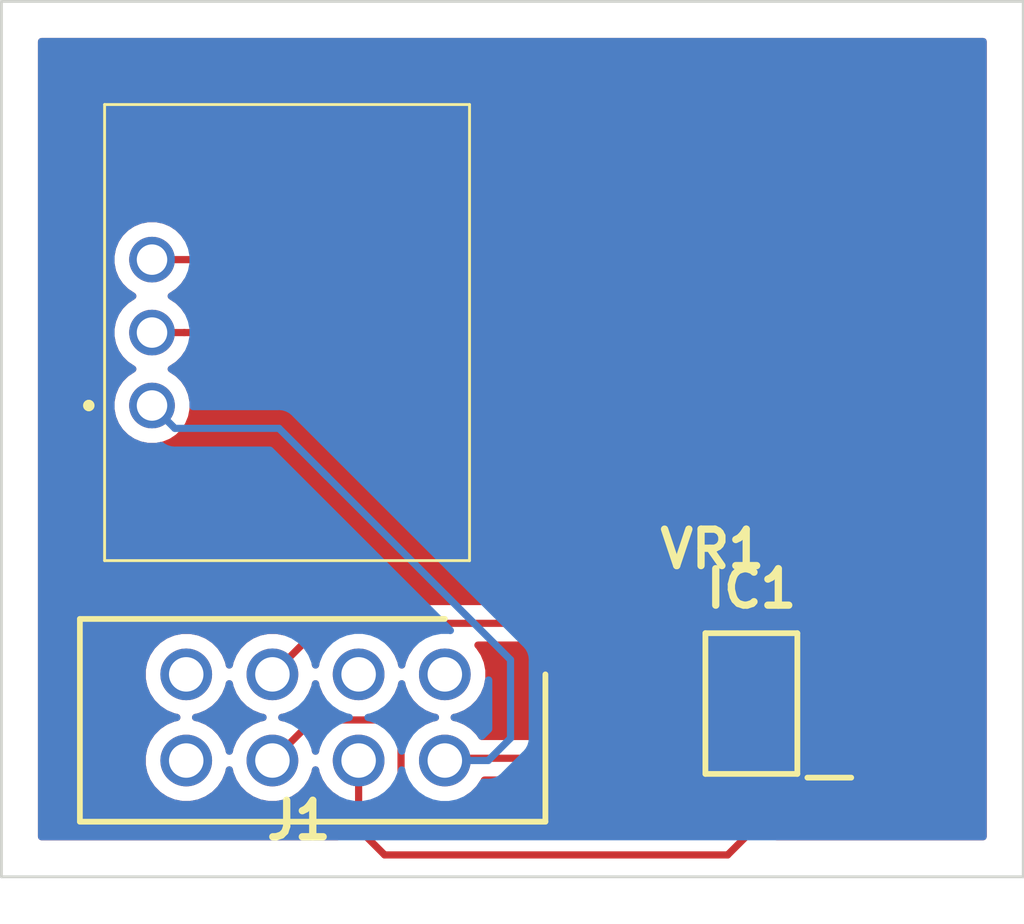
<source format=kicad_pcb>
(kicad_pcb (version 20171130) (host pcbnew "(5.1.0)-1")

  (general
    (thickness 1.6)
    (drawings 5)
    (tracks 40)
    (zones 0)
    (modules 3)
    (nets 13)
  )

  (page A4)
  (layers
    (0 F.Cu signal)
    (31 B.Cu signal)
    (32 B.Adhes user)
    (33 F.Adhes user)
    (34 B.Paste user)
    (35 F.Paste user)
    (36 B.SilkS user)
    (37 F.SilkS user)
    (38 B.Mask user)
    (39 F.Mask user)
    (40 Dwgs.User user)
    (41 Cmts.User user)
    (42 Eco1.User user)
    (43 Eco2.User user)
    (44 Edge.Cuts user)
    (45 Margin user)
    (46 B.CrtYd user)
    (47 F.CrtYd user)
    (48 B.Fab user)
    (49 F.Fab user)
  )

  (setup
    (last_trace_width 0.25)
    (trace_clearance 0.2)
    (zone_clearance 0.508)
    (zone_45_only no)
    (trace_min 0.2)
    (via_size 0.8)
    (via_drill 0.4)
    (via_min_size 0.4)
    (via_min_drill 0.3)
    (uvia_size 0.3)
    (uvia_drill 0.1)
    (uvias_allowed no)
    (uvia_min_size 0.2)
    (uvia_min_drill 0.1)
    (edge_width 0.1)
    (segment_width 0.2)
    (pcb_text_width 0.3)
    (pcb_text_size 1.5 1.5)
    (mod_edge_width 0.15)
    (mod_text_size 1 1)
    (mod_text_width 0.15)
    (pad_size 1.524 1.524)
    (pad_drill 0.762)
    (pad_to_mask_clearance 0)
    (aux_axis_origin 0 0)
    (visible_elements FFFFFF7F)
    (pcbplotparams
      (layerselection 0x010fc_ffffffff)
      (usegerberextensions false)
      (usegerberattributes false)
      (usegerberadvancedattributes false)
      (creategerberjobfile false)
      (excludeedgelayer true)
      (linewidth 0.100000)
      (plotframeref false)
      (viasonmask false)
      (mode 1)
      (useauxorigin false)
      (hpglpennumber 1)
      (hpglpenspeed 20)
      (hpglpendiameter 15.000000)
      (psnegative false)
      (psa4output false)
      (plotreference true)
      (plotvalue true)
      (plotinvisibletext false)
      (padsonsilk false)
      (subtractmaskfromsilk false)
      (outputformat 1)
      (mirror false)
      (drillshape 1)
      (scaleselection 1)
      (outputdirectory ""))
  )

  (net 0 "")
  (net 1 "Net-(IC1-Pad1)")
  (net 2 "Net-(IC1-Pad2)")
  (net 3 "Net-(IC1-Pad3)")
  (net 4 "Net-(IC1-Pad4)")
  (net 5 "Net-(IC1-Pad5)")
  (net 6 "Net-(IC1-Pad6)")
  (net 7 "Net-(IC1-Pad7)")
  (net 8 "Net-(IC1-Pad8)")
  (net 9 "Net-(J1-Pad1)")
  (net 10 "Net-(J1-Pad3)")
  (net 11 "Net-(J1-Pad7)")
  (net 12 "Net-(J1-Pad8)")

  (net_class Default "This is the default net class."
    (clearance 0.2)
    (trace_width 0.25)
    (via_dia 0.8)
    (via_drill 0.4)
    (uvia_dia 0.3)
    (uvia_drill 0.1)
    (add_net "Net-(IC1-Pad1)")
    (add_net "Net-(IC1-Pad2)")
    (add_net "Net-(IC1-Pad3)")
    (add_net "Net-(IC1-Pad4)")
    (add_net "Net-(IC1-Pad5)")
    (add_net "Net-(IC1-Pad6)")
    (add_net "Net-(IC1-Pad7)")
    (add_net "Net-(IC1-Pad8)")
    (add_net "Net-(J1-Pad1)")
    (add_net "Net-(J1-Pad3)")
    (add_net "Net-(J1-Pad7)")
    (add_net "Net-(J1-Pad8)")
  )

  (module SamacSys_Parts:LM393 (layer F.Cu) (tedit 5D4AF0D0) (tstamp 5D5E1489)
    (at 130.2385 183.1975 180)
    (descr "D (R-PDSO-G8)")
    (tags "Integrated Circuit")
    (path /5D4B3793)
    (attr smd)
    (fp_text reference IC1 (at 0 4 180) (layer F.SilkS)
      (effects (font (size 1.27 1.27) (thickness 0.254)))
    )
    (fp_text value LM393M_NOPB (at -0.5 -4.5 180) (layer F.SilkS) hide
      (effects (font (size 1.27 1.27) (thickness 0.254)))
    )
    (fp_text user %R (at 0 -6.5 180) (layer F.Fab)
      (effects (font (size 1.27 1.27) (thickness 0.254)))
    )
    (fp_line (start -3.725 -2.75) (end 3.725 -2.75) (layer F.CrtYd) (width 0.05))
    (fp_line (start 3.725 -2.75) (end 3.725 2.75) (layer F.CrtYd) (width 0.05))
    (fp_line (start 3.725 2.75) (end -3.725 2.75) (layer F.CrtYd) (width 0.05))
    (fp_line (start -3.725 2.75) (end -3.725 -2.75) (layer F.CrtYd) (width 0.05))
    (fp_line (start -1.95 -2.45) (end 1.95 -2.45) (layer F.Fab) (width 0.1))
    (fp_line (start 1.95 -2.45) (end 1.95 2.45) (layer F.Fab) (width 0.1))
    (fp_line (start 1.95 2.45) (end -1.95 2.45) (layer F.Fab) (width 0.1))
    (fp_line (start -1.95 2.45) (end -1.95 -2.45) (layer F.Fab) (width 0.1))
    (fp_line (start -1.95 -1.18) (end -0.68 -2.45) (layer F.Fab) (width 0.1))
    (fp_line (start -1.6 -2.45) (end 1.6 -2.45) (layer F.SilkS) (width 0.2))
    (fp_line (start 1.6 -2.45) (end 1.6 2.45) (layer F.SilkS) (width 0.2))
    (fp_line (start 1.6 2.45) (end -1.6 2.45) (layer F.SilkS) (width 0.2))
    (fp_line (start -1.6 2.45) (end -1.6 -2.45) (layer F.SilkS) (width 0.2))
    (fp_line (start -3.475 -2.58) (end -1.95 -2.58) (layer F.SilkS) (width 0.2))
    (pad 1 smd rect (at -2.712 -1.905 270) (size 0.65 1.525) (layers F.Cu F.Paste F.Mask)
      (net 1 "Net-(IC1-Pad1)"))
    (pad 2 smd rect (at -2.712 -0.635 270) (size 0.65 1.525) (layers F.Cu F.Paste F.Mask)
      (net 2 "Net-(IC1-Pad2)"))
    (pad 3 smd rect (at -2.712 0.635 270) (size 0.65 1.525) (layers F.Cu F.Paste F.Mask)
      (net 3 "Net-(IC1-Pad3)"))
    (pad 4 smd rect (at -2.712 1.905 270) (size 0.65 1.525) (layers F.Cu F.Paste F.Mask)
      (net 4 "Net-(IC1-Pad4)"))
    (pad 5 smd rect (at 2.712 1.905 270) (size 0.65 1.525) (layers F.Cu F.Paste F.Mask)
      (net 5 "Net-(IC1-Pad5)"))
    (pad 6 smd rect (at 2.712 0.635 270) (size 0.65 1.525) (layers F.Cu F.Paste F.Mask)
      (net 6 "Net-(IC1-Pad6)"))
    (pad 7 smd rect (at 2.712 -0.635 270) (size 0.65 1.525) (layers F.Cu F.Paste F.Mask)
      (net 7 "Net-(IC1-Pad7)"))
    (pad 8 smd rect (at 2.712 -1.905 270) (size 0.65 1.525) (layers F.Cu F.Paste F.Mask)
      (net 8 "Net-(IC1-Pad8)"))
    (model LM393M_NOPB.stp
      (at (xyz 0 0 0))
      (scale (xyz 1 1 1))
      (rotate (xyz 0 0 0))
    )
  )

  (module SamacSys_Parts:8PinConnector (layer F.Cu) (tedit 5D4AB0C5) (tstamp 5D5E14A2)
    (at 119.5705 182.1815)
    (descr 3-794630-)
    (tags Capacitor)
    (path /5D4BEBE4)
    (fp_text reference J1 (at -5.08 5.08) (layer F.SilkS)
      (effects (font (size 1.27 1.27) (thickness 0.254)))
    )
    (fp_text value "6PinConnector(TE)" (at 0 0) (layer F.SilkS) hide
      (effects (font (size 1.27 1.27) (thickness 0.254)))
    )
    (fp_text user %R (at 0 0) (layer F.Fab)
      (effects (font (size 1.27 1.27) (thickness 0.254)))
    )
    (fp_line (start 3.75 -2.18) (end -12.95 -2.18) (layer F.CrtYd) (width 0.05))
    (fp_line (start -12.95 -2.18) (end -12.95 5.38) (layer F.CrtYd) (width 0.05))
    (fp_line (start -12.95 5.38) (end 3.75 5.38) (layer F.CrtYd) (width 0.05))
    (fp_line (start 3.75 5.38) (end 3.75 -2.18) (layer F.CrtYd) (width 0.05))
    (fp_line (start 3.5 -1.93) (end -12.7 -1.93) (layer F.Fab) (width 0.1))
    (fp_line (start -12.7 -1.93) (end -12.7 5.13) (layer F.Fab) (width 0.1))
    (fp_line (start -12.7 5.13) (end 3.5 5.13) (layer F.Fab) (width 0.1))
    (fp_line (start 3.5 5.13) (end 3.5 -1.93) (layer F.Fab) (width 0.1))
    (fp_line (start 0 -1.93) (end -12.7 -1.93) (layer F.SilkS) (width 0.2))
    (fp_line (start -12.7 -1.93) (end -12.7 5.13) (layer F.SilkS) (width 0.2))
    (fp_line (start -12.7 5.13) (end 3.5 5.13) (layer F.SilkS) (width 0.2))
    (fp_line (start 3.5 5.13) (end 3.5 0) (layer F.SilkS) (width 0.2))
    (pad 1 thru_hole circle (at 0 0) (size 1.8 1.8) (drill 1.2) (layers *.Cu *.Mask)
      (net 9 "Net-(J1-Pad1)"))
    (pad 2 thru_hole circle (at 0 3) (size 1.8 1.8) (drill 1.2) (layers *.Cu *.Mask)
      (net 8 "Net-(IC1-Pad8)"))
    (pad 3 thru_hole circle (at -3 0) (size 1.8 1.8) (drill 1.2) (layers *.Cu *.Mask)
      (net 10 "Net-(J1-Pad3)"))
    (pad 4 thru_hole circle (at -3 3) (size 1.8 1.8) (drill 1.2) (layers *.Cu *.Mask)
      (net 4 "Net-(IC1-Pad4)"))
    (pad 5 thru_hole circle (at -6 0) (size 1.8 1.8) (drill 1.2) (layers *.Cu *.Mask)
      (net 7 "Net-(IC1-Pad7)"))
    (pad 6 thru_hole circle (at -6 3) (size 1.8 1.8) (drill 1.2) (layers *.Cu *.Mask)
      (net 6 "Net-(IC1-Pad6)"))
    (pad 7 thru_hole circle (at -9 0) (size 1.8 1.8) (drill 1.2) (layers *.Cu *.Mask)
      (net 11 "Net-(J1-Pad7)"))
    (pad 8 thru_hole circle (at -9 3) (size 1.8 1.8) (drill 1.2) (layers *.Cu *.Mask)
      (net 12 "Net-(J1-Pad8)"))
    (model 3-794630-8.stp
      (at (xyz 0 0 0))
      (scale (xyz 1 1 1))
      (rotate (xyz 0 0 0))
    )
  )

  (module SamacSys_Parts:Potentiometer (layer F.Cu) (tedit 5D4AF06F) (tstamp 5D5E14C0)
    (at 109.380001 172.820001)
    (descr 91A1A-B16-B10L)
    (tags "Variable Resistor")
    (path /5D4B47F9)
    (fp_text reference VR1 (at 19.5 5) (layer F.SilkS)
      (effects (font (size 1.27 1.27) (thickness 0.254)))
    )
    (fp_text value "Potentiometer(FS)" (at 12.7 -2.54) (layer F.SilkS) hide
      (effects (font (size 1.27 1.27) (thickness 0.254)))
    )
    (fp_text user %R (at 12.7 -2.54) (layer F.Fab)
      (effects (font (size 1.27 1.27) (thickness 0.254)))
    )
    (fp_line (start -1.65 -10.48) (end 11.05 -10.48) (layer F.Fab) (width 0.2))
    (fp_line (start 11.05 -10.48) (end 11.05 5.4) (layer F.Fab) (width 0.2))
    (fp_line (start 11.05 5.4) (end -1.65 5.4) (layer F.Fab) (width 0.2))
    (fp_line (start -1.65 5.4) (end -1.65 -10.48) (layer F.Fab) (width 0.2))
    (fp_line (start -1.65 -10.48) (end 11.05 -10.48) (layer F.SilkS) (width 0.1))
    (fp_line (start 11.05 -10.48) (end 11.05 5.4) (layer F.SilkS) (width 0.1))
    (fp_line (start 11.05 5.4) (end -1.65 5.4) (layer F.SilkS) (width 0.1))
    (fp_line (start -1.65 5.4) (end -1.65 -10.48) (layer F.SilkS) (width 0.1))
    (fp_line (start -2.65 -11.48) (end 28.05 -11.48) (layer F.CrtYd) (width 0.1))
    (fp_line (start 28.05 -11.48) (end 28.05 6.4) (layer F.CrtYd) (width 0.1))
    (fp_line (start 28.05 6.4) (end -2.65 6.4) (layer F.CrtYd) (width 0.1))
    (fp_line (start -2.65 6.4) (end -2.65 -11.48) (layer F.CrtYd) (width 0.1))
    (fp_line (start 11.05 -7.305) (end 20.58 -7.305) (layer F.Fab) (width 0.2))
    (fp_line (start 20.58 -7.305) (end 20.58 2.225) (layer F.Fab) (width 0.2))
    (fp_line (start 20.58 2.225) (end 11.05 2.225) (layer F.Fab) (width 0.2))
    (fp_line (start 20.58 -5.715) (end 27.05 -5.715) (layer F.Fab) (width 0.2))
    (fp_line (start 27.05 -5.715) (end 27.05 0.635) (layer F.Fab) (width 0.2))
    (fp_line (start 27.05 0.635) (end 20.58 0.635) (layer F.Fab) (width 0.2))
    (fp_line (start -2.2 -0.1) (end -2.2 -0.1) (layer F.SilkS) (width 0.2))
    (fp_line (start -2.2 0.1) (end -2.2 0.1) (layer F.SilkS) (width 0.2))
    (fp_arc (start -2.2 0) (end -2.2 -0.1) (angle -180) (layer F.SilkS) (width 0.2))
    (fp_arc (start -2.2 0) (end -2.2 0.1) (angle -180) (layer F.SilkS) (width 0.2))
    (pad 1 thru_hole circle (at 0 0) (size 1.59 1.59) (drill 1.06) (layers *.Cu *.Mask)
      (net 8 "Net-(IC1-Pad8)"))
    (pad 2 thru_hole circle (at 0 -2.54) (size 1.59 1.59) (drill 1.06) (layers *.Cu *.Mask)
      (net 5 "Net-(IC1-Pad5)"))
    (pad 3 thru_hole circle (at 0 -5.08) (size 1.59 1.59) (drill 1.06) (layers *.Cu *.Mask)
      (net 4 "Net-(IC1-Pad4)"))
  )

  (gr_text AIL (at 128.27 166.37) (layer F.Mask)
    (effects (font (size 1.5 1.5) (thickness 0.3)))
  )
  (gr_line (start 104.14 158.75) (end 104.14 189.23) (layer Edge.Cuts) (width 0.1))
  (gr_line (start 139.7 158.75) (end 104.14 158.75) (layer Edge.Cuts) (width 0.1))
  (gr_line (start 139.7 189.23) (end 139.7 158.75) (layer Edge.Cuts) (width 0.1))
  (gr_line (start 104.14 189.23) (end 139.7 189.23) (layer Edge.Cuts) (width 0.1))

  (segment (start 132.9505 181.2925) (end 132.9505 175.305) (width 0.25) (layer F.Cu) (net 4))
  (segment (start 132.9505 175.305) (end 125.349 167.7035) (width 0.25) (layer F.Cu) (net 4))
  (segment (start 125.312499 167.740001) (end 109.380001 167.740001) (width 0.25) (layer F.Cu) (net 4))
  (segment (start 125.349 167.7035) (end 125.312499 167.740001) (width 0.25) (layer F.Cu) (net 4))
  (segment (start 131.938 181.2925) (end 130.81 182.4205) (width 0.25) (layer F.Cu) (net 4))
  (segment (start 132.9505 181.2925) (end 131.938 181.2925) (width 0.25) (layer F.Cu) (net 4))
  (segment (start 130.81 182.4205) (end 130.81 187.071) (width 0.25) (layer F.Cu) (net 4))
  (segment (start 130.81 187.071) (end 129.413 188.468) (width 0.25) (layer F.Cu) (net 4))
  (segment (start 129.413 188.468) (end 117.475 188.468) (width 0.25) (layer F.Cu) (net 4))
  (segment (start 117.475 188.468) (end 116.5225 187.5155) (width 0.25) (layer F.Cu) (net 4))
  (segment (start 116.5705 187.4675) (end 116.5705 185.1815) (width 0.25) (layer F.Cu) (net 4))
  (segment (start 116.5225 187.5155) (end 116.5705 187.4675) (width 0.25) (layer F.Cu) (net 4))
  (segment (start 110.5043 170.280001) (end 109.380001 170.280001) (width 0.25) (layer F.Cu) (net 5))
  (segment (start 117.089001 170.280001) (end 110.5043 170.280001) (width 0.25) (layer F.Cu) (net 5))
  (segment (start 127.5265 180.7175) (end 117.089001 170.280001) (width 0.25) (layer F.Cu) (net 5))
  (segment (start 127.5265 181.2925) (end 127.5265 180.7175) (width 0.25) (layer F.Cu) (net 5))
  (segment (start 128.539 182.5625) (end 129.8575 183.881) (width 0.25) (layer F.Cu) (net 6))
  (segment (start 127.5265 182.5625) (end 128.539 182.5625) (width 0.25) (layer F.Cu) (net 6))
  (segment (start 129.8575 183.881) (end 129.8575 186.3725) (width 0.25) (layer F.Cu) (net 6))
  (segment (start 129.8575 186.3725) (end 128.9685 187.2615) (width 0.25) (layer F.Cu) (net 6))
  (segment (start 128.9685 187.2615) (end 118.872 187.2615) (width 0.25) (layer F.Cu) (net 6))
  (segment (start 118.872 187.2615) (end 118.0465 186.436) (width 0.25) (layer F.Cu) (net 6))
  (segment (start 118.0465 186.436) (end 118.0465 184.4675) (width 0.25) (layer F.Cu) (net 6))
  (segment (start 118.0465 184.4675) (end 117.348 183.769) (width 0.25) (layer F.Cu) (net 6))
  (segment (start 114.983 183.769) (end 113.5705 185.1815) (width 0.25) (layer F.Cu) (net 6))
  (segment (start 117.348 183.769) (end 114.983 183.769) (width 0.25) (layer F.Cu) (net 6))
  (segment (start 126.514 183.8325) (end 123.085 180.4035) (width 0.25) (layer F.Cu) (net 7))
  (segment (start 127.5265 183.8325) (end 126.514 183.8325) (width 0.25) (layer F.Cu) (net 7))
  (segment (start 115.3485 180.4035) (end 113.5705 182.1815) (width 0.25) (layer F.Cu) (net 7))
  (segment (start 123.085 180.4035) (end 115.3485 180.4035) (width 0.25) (layer F.Cu) (net 7))
  (segment (start 119.6495 185.1025) (end 119.5705 185.1815) (width 0.25) (layer F.Cu) (net 8))
  (segment (start 127.5265 185.1025) (end 119.6495 185.1025) (width 0.25) (layer F.Cu) (net 8))
  (segment (start 119.5705 185.1815) (end 121.079 185.1815) (width 0.25) (layer B.Cu) (net 8))
  (segment (start 121.079 185.1815) (end 121.8565 184.404) (width 0.25) (layer B.Cu) (net 8))
  (segment (start 121.8565 184.404) (end 121.8565 181.6735) (width 0.25) (layer B.Cu) (net 8))
  (segment (start 113.798 173.615) (end 115.47475 175.29175) (width 0.25) (layer B.Cu) (net 8))
  (segment (start 110.175 173.615) (end 113.798 173.615) (width 0.25) (layer B.Cu) (net 8))
  (segment (start 109.380001 172.820001) (end 110.175 173.615) (width 0.25) (layer B.Cu) (net 8))
  (segment (start 121.8565 181.6735) (end 115.47475 175.29175) (width 0.25) (layer B.Cu) (net 8))
  (segment (start 115.47475 175.29175) (end 115.316 175.133) (width 0.25) (layer B.Cu) (net 8))

  (zone (net 0) (net_name "") (layer F.Cu) (tstamp 0) (hatch edge 0.508)
    (connect_pads (clearance 0.508))
    (min_thickness 0.254)
    (fill yes (arc_segments 32) (thermal_gap 0.508) (thermal_bridge_width 0.508))
    (polygon
      (pts
        (xy 105.41 160.02) (xy 138.43 160.02) (xy 138.43 187.96) (xy 105.41 187.96)
      )
    )
    (filled_polygon
      (pts
        (xy 138.303 187.833) (xy 131.122802 187.833) (xy 131.321003 187.634799) (xy 131.350001 187.611001) (xy 131.444974 187.495276)
        (xy 131.515546 187.363247) (xy 131.559003 187.219986) (xy 131.57 187.108333) (xy 131.57 187.108324) (xy 131.573676 187.071001)
        (xy 131.57 187.033678) (xy 131.57 185.577735) (xy 131.598498 185.67168) (xy 131.657463 185.781994) (xy 131.736815 185.878685)
        (xy 131.833506 185.958037) (xy 131.94382 186.017002) (xy 132.063518 186.053312) (xy 132.188 186.065572) (xy 133.713 186.065572)
        (xy 133.837482 186.053312) (xy 133.95718 186.017002) (xy 134.067494 185.958037) (xy 134.164185 185.878685) (xy 134.243537 185.781994)
        (xy 134.302502 185.67168) (xy 134.338812 185.551982) (xy 134.351072 185.4275) (xy 134.351072 184.7775) (xy 134.338812 184.653018)
        (xy 134.302502 184.53332) (xy 134.26732 184.4675) (xy 134.302502 184.40168) (xy 134.338812 184.281982) (xy 134.351072 184.1575)
        (xy 134.351072 183.5075) (xy 134.338812 183.383018) (xy 134.302502 183.26332) (xy 134.26732 183.1975) (xy 134.302502 183.13168)
        (xy 134.338812 183.011982) (xy 134.351072 182.8875) (xy 134.351072 182.2375) (xy 134.338812 182.113018) (xy 134.302502 181.99332)
        (xy 134.26732 181.9275) (xy 134.302502 181.86168) (xy 134.338812 181.741982) (xy 134.351072 181.6175) (xy 134.351072 180.9675)
        (xy 134.338812 180.843018) (xy 134.302502 180.72332) (xy 134.243537 180.613006) (xy 134.164185 180.516315) (xy 134.067494 180.436963)
        (xy 133.95718 180.377998) (xy 133.837482 180.341688) (xy 133.713 180.329428) (xy 133.7105 180.329428) (xy 133.7105 175.342322)
        (xy 133.714176 175.304999) (xy 133.7105 175.267676) (xy 133.7105 175.267667) (xy 133.699503 175.156014) (xy 133.656046 175.012753)
        (xy 133.585474 174.880724) (xy 133.572311 174.864685) (xy 133.514299 174.793996) (xy 133.514295 174.793992) (xy 133.490501 174.764999)
        (xy 133.461508 174.741205) (xy 125.912801 167.1925) (xy 125.889001 167.163499) (xy 125.84455 167.127019) (xy 125.773276 167.068526)
        (xy 125.641246 166.997954) (xy 125.497985 166.954498) (xy 125.349 166.939824) (xy 125.348999 166.939824) (xy 125.200014 166.954498)
        (xy 125.115939 166.980001) (xy 110.592031 166.980001) (xy 110.490754 166.828429) (xy 110.291573 166.629248) (xy 110.05736 166.472752)
        (xy 109.797117 166.364955) (xy 109.520844 166.310001) (xy 109.239158 166.310001) (xy 108.962885 166.364955) (xy 108.702642 166.472752)
        (xy 108.468429 166.629248) (xy 108.269248 166.828429) (xy 108.112752 167.062642) (xy 108.004955 167.322885) (xy 107.950001 167.599158)
        (xy 107.950001 167.880844) (xy 108.004955 168.157117) (xy 108.112752 168.41736) (xy 108.269248 168.651573) (xy 108.468429 168.850754)
        (xy 108.702642 169.00725) (xy 108.709283 169.010001) (xy 108.702642 169.012752) (xy 108.468429 169.169248) (xy 108.269248 169.368429)
        (xy 108.112752 169.602642) (xy 108.004955 169.862885) (xy 107.950001 170.139158) (xy 107.950001 170.420844) (xy 108.004955 170.697117)
        (xy 108.112752 170.95736) (xy 108.269248 171.191573) (xy 108.468429 171.390754) (xy 108.702642 171.54725) (xy 108.709283 171.550001)
        (xy 108.702642 171.552752) (xy 108.468429 171.709248) (xy 108.269248 171.908429) (xy 108.112752 172.142642) (xy 108.004955 172.402885)
        (xy 107.950001 172.679158) (xy 107.950001 172.960844) (xy 108.004955 173.237117) (xy 108.112752 173.49736) (xy 108.269248 173.731573)
        (xy 108.468429 173.930754) (xy 108.702642 174.08725) (xy 108.962885 174.195047) (xy 109.239158 174.250001) (xy 109.520844 174.250001)
        (xy 109.797117 174.195047) (xy 110.05736 174.08725) (xy 110.291573 173.930754) (xy 110.490754 173.731573) (xy 110.64725 173.49736)
        (xy 110.755047 173.237117) (xy 110.810001 172.960844) (xy 110.810001 172.679158) (xy 110.755047 172.402885) (xy 110.64725 172.142642)
        (xy 110.490754 171.908429) (xy 110.291573 171.709248) (xy 110.05736 171.552752) (xy 110.050719 171.550001) (xy 110.05736 171.54725)
        (xy 110.291573 171.390754) (xy 110.490754 171.191573) (xy 110.592031 171.040001) (xy 116.7742 171.040001) (xy 126.284732 180.550534)
        (xy 126.233463 180.613006) (xy 126.174498 180.72332) (xy 126.138188 180.843018) (xy 126.125928 180.9675) (xy 126.125928 181.6175)
        (xy 126.138188 181.741982) (xy 126.174498 181.86168) (xy 126.20968 181.9275) (xy 126.174498 181.99332) (xy 126.138188 182.113018)
        (xy 126.125928 182.2375) (xy 126.125928 182.369626) (xy 123.648804 179.892503) (xy 123.625001 179.863499) (xy 123.509276 179.768526)
        (xy 123.377247 179.697954) (xy 123.233986 179.654497) (xy 123.122333 179.6435) (xy 123.122322 179.6435) (xy 123.085 179.639824)
        (xy 123.047678 179.6435) (xy 115.385825 179.6435) (xy 115.3485 179.639824) (xy 115.311175 179.6435) (xy 115.311167 179.6435)
        (xy 115.199514 179.654497) (xy 115.056253 179.697954) (xy 114.924224 179.768526) (xy 114.808499 179.863499) (xy 114.784701 179.892497)
        (xy 113.97943 180.697769) (xy 113.721684 180.6465) (xy 113.419316 180.6465) (xy 113.122757 180.705489) (xy 112.843405 180.821201)
        (xy 112.591995 180.989188) (xy 112.378188 181.202995) (xy 112.210201 181.454405) (xy 112.094489 181.733757) (xy 112.0705 181.854358)
        (xy 112.046511 181.733757) (xy 111.930799 181.454405) (xy 111.762812 181.202995) (xy 111.549005 180.989188) (xy 111.297595 180.821201)
        (xy 111.018243 180.705489) (xy 110.721684 180.6465) (xy 110.419316 180.6465) (xy 110.122757 180.705489) (xy 109.843405 180.821201)
        (xy 109.591995 180.989188) (xy 109.378188 181.202995) (xy 109.210201 181.454405) (xy 109.094489 181.733757) (xy 109.0355 182.030316)
        (xy 109.0355 182.332684) (xy 109.094489 182.629243) (xy 109.210201 182.908595) (xy 109.378188 183.160005) (xy 109.591995 183.373812)
        (xy 109.843405 183.541799) (xy 110.122757 183.657511) (xy 110.243358 183.6815) (xy 110.122757 183.705489) (xy 109.843405 183.821201)
        (xy 109.591995 183.989188) (xy 109.378188 184.202995) (xy 109.210201 184.454405) (xy 109.094489 184.733757) (xy 109.0355 185.030316)
        (xy 109.0355 185.332684) (xy 109.094489 185.629243) (xy 109.210201 185.908595) (xy 109.378188 186.160005) (xy 109.591995 186.373812)
        (xy 109.843405 186.541799) (xy 110.122757 186.657511) (xy 110.419316 186.7165) (xy 110.721684 186.7165) (xy 111.018243 186.657511)
        (xy 111.297595 186.541799) (xy 111.549005 186.373812) (xy 111.762812 186.160005) (xy 111.930799 185.908595) (xy 112.046511 185.629243)
        (xy 112.0705 185.508642) (xy 112.094489 185.629243) (xy 112.210201 185.908595) (xy 112.378188 186.160005) (xy 112.591995 186.373812)
        (xy 112.843405 186.541799) (xy 113.122757 186.657511) (xy 113.419316 186.7165) (xy 113.721684 186.7165) (xy 114.018243 186.657511)
        (xy 114.297595 186.541799) (xy 114.549005 186.373812) (xy 114.762812 186.160005) (xy 114.930799 185.908595) (xy 115.046511 185.629243)
        (xy 115.0705 185.508642) (xy 115.094489 185.629243) (xy 115.210201 185.908595) (xy 115.378188 186.160005) (xy 115.591995 186.373812)
        (xy 115.8105 186.519813) (xy 115.8105 187.24453) (xy 115.773498 187.366515) (xy 115.758824 187.5155) (xy 115.773498 187.664485)
        (xy 115.816954 187.807746) (xy 115.830453 187.833) (xy 105.537 187.833) (xy 105.537 160.147) (xy 138.303 160.147)
      )
    )
    (filled_polygon
      (pts
        (xy 117.333546 186.703824) (xy 117.340954 186.728246) (xy 117.411526 186.860276) (xy 117.447164 186.903701) (xy 117.506499 186.976001)
        (xy 117.535502 186.999803) (xy 118.243698 187.708) (xy 117.789803 187.708) (xy 117.3305 187.248698) (xy 117.3305 186.693783)
      )
    )
    (filled_polygon
      (pts
        (xy 129.0975 184.195802) (xy 129.097501 186.057697) (xy 128.653699 186.5015) (xy 120.357907 186.5015) (xy 120.549005 186.373812)
        (xy 120.762812 186.160005) (xy 120.930799 185.908595) (xy 120.949892 185.8625) (xy 126.299532 185.8625) (xy 126.312815 185.878685)
        (xy 126.409506 185.958037) (xy 126.51982 186.017002) (xy 126.639518 186.053312) (xy 126.764 186.065572) (xy 128.289 186.065572)
        (xy 128.413482 186.053312) (xy 128.53318 186.017002) (xy 128.643494 185.958037) (xy 128.740185 185.878685) (xy 128.819537 185.781994)
        (xy 128.878502 185.67168) (xy 128.914812 185.551982) (xy 128.927072 185.4275) (xy 128.927072 184.7775) (xy 128.914812 184.653018)
        (xy 128.878502 184.53332) (xy 128.84332 184.4675) (xy 128.878502 184.40168) (xy 128.914812 184.281982) (xy 128.927072 184.1575)
        (xy 128.927072 184.025374)
      )
    )
    (filled_polygon
      (pts
        (xy 115.094489 184.733757) (xy 115.0705 184.854358) (xy 115.054231 184.77257) (xy 115.09551 184.731291)
      )
    )
    (filled_polygon
      (pts
        (xy 112.094489 182.629243) (xy 112.210201 182.908595) (xy 112.378188 183.160005) (xy 112.591995 183.373812) (xy 112.843405 183.541799)
        (xy 113.122757 183.657511) (xy 113.243358 183.6815) (xy 113.122757 183.705489) (xy 112.843405 183.821201) (xy 112.591995 183.989188)
        (xy 112.378188 184.202995) (xy 112.210201 184.454405) (xy 112.094489 184.733757) (xy 112.0705 184.854358) (xy 112.046511 184.733757)
        (xy 111.930799 184.454405) (xy 111.762812 184.202995) (xy 111.549005 183.989188) (xy 111.297595 183.821201) (xy 111.018243 183.705489)
        (xy 110.897642 183.6815) (xy 111.018243 183.657511) (xy 111.297595 183.541799) (xy 111.549005 183.373812) (xy 111.762812 183.160005)
        (xy 111.930799 182.908595) (xy 112.046511 182.629243) (xy 112.0705 182.508642)
      )
    )
    (filled_polygon
      (pts
        (xy 131.598498 184.40168) (xy 131.63368 184.4675) (xy 131.598498 184.53332) (xy 131.57 184.627265) (xy 131.57 184.307735)
      )
    )
    (filled_polygon
      (pts
        (xy 125.949198 184.3425) (xy 120.856026 184.3425) (xy 120.762812 184.202995) (xy 120.549005 183.989188) (xy 120.297595 183.821201)
        (xy 120.018243 183.705489) (xy 119.897642 183.6815) (xy 120.018243 183.657511) (xy 120.297595 183.541799) (xy 120.549005 183.373812)
        (xy 120.762812 183.160005) (xy 120.930799 182.908595) (xy 121.046511 182.629243) (xy 121.1055 182.332684) (xy 121.1055 182.030316)
        (xy 121.046511 181.733757) (xy 120.930799 181.454405) (xy 120.762812 181.202995) (xy 120.723317 181.1635) (xy 122.770199 181.1635)
      )
    )
    (filled_polygon
      (pts
        (xy 118.094489 182.629243) (xy 118.210201 182.908595) (xy 118.378188 183.160005) (xy 118.591995 183.373812) (xy 118.843405 183.541799)
        (xy 119.122757 183.657511) (xy 119.243358 183.6815) (xy 119.122757 183.705489) (xy 118.843405 183.821201) (xy 118.621144 183.969711)
        (xy 118.586501 183.927499) (xy 118.557502 183.903701) (xy 117.911803 183.258002) (xy 117.888001 183.228999) (xy 117.777375 183.13821)
        (xy 117.930799 182.908595) (xy 118.046511 182.629243) (xy 118.0705 182.508642)
      )
    )
    (filled_polygon
      (pts
        (xy 113.97943 183.697769) (xy 113.897642 183.6815) (xy 114.018243 183.657511) (xy 114.020709 183.65649)
      )
    )
    (filled_polygon
      (pts
        (xy 131.598498 183.13168) (xy 131.63368 183.1975) (xy 131.598498 183.26332) (xy 131.57 183.357265) (xy 131.57 183.037735)
      )
    )
    (filled_polygon
      (pts
        (xy 115.094489 182.629243) (xy 115.210201 182.908595) (xy 115.27729 183.009) (xy 115.020325 183.009) (xy 114.983 183.005324)
        (xy 114.945675 183.009) (xy 114.945667 183.009) (xy 114.857937 183.017641) (xy 114.930799 182.908595) (xy 115.046511 182.629243)
        (xy 115.0705 182.508642)
      )
    )
    (filled_polygon
      (pts
        (xy 132.190501 175.619804) (xy 132.1905 180.329428) (xy 132.188 180.329428) (xy 132.063518 180.341688) (xy 131.94382 180.377998)
        (xy 131.833506 180.436963) (xy 131.736815 180.516315) (xy 131.689811 180.573589) (xy 131.645753 180.586954) (xy 131.513723 180.657526)
        (xy 131.455281 180.705489) (xy 131.397999 180.752499) (xy 131.374201 180.781497) (xy 130.299002 181.856696) (xy 130.269999 181.880499)
        (xy 130.214871 181.947674) (xy 130.175026 181.996224) (xy 130.136295 182.068685) (xy 130.104454 182.128254) (xy 130.060997 182.271515)
        (xy 130.05 182.383168) (xy 130.05 182.383178) (xy 130.046324 182.4205) (xy 130.05 182.457823) (xy 130.05 182.998698)
        (xy 129.102804 182.051503) (xy 129.079001 182.022499) (xy 128.963276 181.927526) (xy 128.869966 181.87765) (xy 128.878502 181.86168)
        (xy 128.914812 181.741982) (xy 128.927072 181.6175) (xy 128.927072 180.9675) (xy 128.914812 180.843018) (xy 128.878502 180.72332)
        (xy 128.819537 180.613006) (xy 128.740185 180.516315) (xy 128.643494 180.436963) (xy 128.53318 180.377998) (xy 128.413482 180.341688)
        (xy 128.289 180.329428) (xy 128.180826 180.329428) (xy 128.161474 180.293224) (xy 128.066501 180.177499) (xy 128.037503 180.153701)
        (xy 117.652805 169.769004) (xy 117.629002 169.74) (xy 117.513277 169.645027) (xy 117.381248 169.574455) (xy 117.237987 169.530998)
        (xy 117.126334 169.520001) (xy 117.126323 169.520001) (xy 117.089001 169.516325) (xy 117.051679 169.520001) (xy 110.592031 169.520001)
        (xy 110.490754 169.368429) (xy 110.291573 169.169248) (xy 110.05736 169.012752) (xy 110.050719 169.010001) (xy 110.05736 169.00725)
        (xy 110.291573 168.850754) (xy 110.490754 168.651573) (xy 110.592031 168.500001) (xy 125.0707 168.500001)
      )
    )
    (filled_polygon
      (pts
        (xy 118.378188 181.202995) (xy 118.210201 181.454405) (xy 118.094489 181.733757) (xy 118.0705 181.854358) (xy 118.046511 181.733757)
        (xy 117.930799 181.454405) (xy 117.762812 181.202995) (xy 117.723317 181.1635) (xy 118.417683 181.1635)
      )
    )
    (filled_polygon
      (pts
        (xy 115.094489 181.733757) (xy 115.0705 181.854358) (xy 115.054231 181.77257) (xy 115.09551 181.731291)
      )
    )
  )
  (zone (net 0) (net_name "") (layer B.Cu) (tstamp 0) (hatch edge 0.508)
    (connect_pads (clearance 0.508))
    (min_thickness 0.254)
    (fill yes (arc_segments 32) (thermal_gap 0.508) (thermal_bridge_width 0.508))
    (polygon
      (pts
        (xy 105.41 160.02) (xy 138.43 160.02) (xy 138.43 187.96) (xy 105.41 187.96)
      )
    )
    (filled_polygon
      (pts
        (xy 138.303 187.833) (xy 105.537 187.833) (xy 105.537 167.599158) (xy 107.950001 167.599158) (xy 107.950001 167.880844)
        (xy 108.004955 168.157117) (xy 108.112752 168.41736) (xy 108.269248 168.651573) (xy 108.468429 168.850754) (xy 108.702642 169.00725)
        (xy 108.709283 169.010001) (xy 108.702642 169.012752) (xy 108.468429 169.169248) (xy 108.269248 169.368429) (xy 108.112752 169.602642)
        (xy 108.004955 169.862885) (xy 107.950001 170.139158) (xy 107.950001 170.420844) (xy 108.004955 170.697117) (xy 108.112752 170.95736)
        (xy 108.269248 171.191573) (xy 108.468429 171.390754) (xy 108.702642 171.54725) (xy 108.709283 171.550001) (xy 108.702642 171.552752)
        (xy 108.468429 171.709248) (xy 108.269248 171.908429) (xy 108.112752 172.142642) (xy 108.004955 172.402885) (xy 107.950001 172.679158)
        (xy 107.950001 172.960844) (xy 108.004955 173.237117) (xy 108.112752 173.49736) (xy 108.269248 173.731573) (xy 108.468429 173.930754)
        (xy 108.702642 174.08725) (xy 108.962885 174.195047) (xy 109.239158 174.250001) (xy 109.520844 174.250001) (xy 109.705903 174.213191)
        (xy 109.750724 174.249974) (xy 109.882753 174.320546) (xy 110.026014 174.364003) (xy 110.137667 174.375) (xy 110.137676 174.375)
        (xy 110.174999 174.378676) (xy 110.212322 174.375) (xy 113.483199 174.375) (xy 114.963747 175.855549) (xy 119.762895 180.654697)
        (xy 119.721684 180.6465) (xy 119.419316 180.6465) (xy 119.122757 180.705489) (xy 118.843405 180.821201) (xy 118.591995 180.989188)
        (xy 118.378188 181.202995) (xy 118.210201 181.454405) (xy 118.094489 181.733757) (xy 118.0705 181.854358) (xy 118.046511 181.733757)
        (xy 117.930799 181.454405) (xy 117.762812 181.202995) (xy 117.549005 180.989188) (xy 117.297595 180.821201) (xy 117.018243 180.705489)
        (xy 116.721684 180.6465) (xy 116.419316 180.6465) (xy 116.122757 180.705489) (xy 115.843405 180.821201) (xy 115.591995 180.989188)
        (xy 115.378188 181.202995) (xy 115.210201 181.454405) (xy 115.094489 181.733757) (xy 115.0705 181.854358) (xy 115.046511 181.733757)
        (xy 114.930799 181.454405) (xy 114.762812 181.202995) (xy 114.549005 180.989188) (xy 114.297595 180.821201) (xy 114.018243 180.705489)
        (xy 113.721684 180.6465) (xy 113.419316 180.6465) (xy 113.122757 180.705489) (xy 112.843405 180.821201) (xy 112.591995 180.989188)
        (xy 112.378188 181.202995) (xy 112.210201 181.454405) (xy 112.094489 181.733757) (xy 112.0705 181.854358) (xy 112.046511 181.733757)
        (xy 111.930799 181.454405) (xy 111.762812 181.202995) (xy 111.549005 180.989188) (xy 111.297595 180.821201) (xy 111.018243 180.705489)
        (xy 110.721684 180.6465) (xy 110.419316 180.6465) (xy 110.122757 180.705489) (xy 109.843405 180.821201) (xy 109.591995 180.989188)
        (xy 109.378188 181.202995) (xy 109.210201 181.454405) (xy 109.094489 181.733757) (xy 109.0355 182.030316) (xy 109.0355 182.332684)
        (xy 109.094489 182.629243) (xy 109.210201 182.908595) (xy 109.378188 183.160005) (xy 109.591995 183.373812) (xy 109.843405 183.541799)
        (xy 110.122757 183.657511) (xy 110.243358 183.6815) (xy 110.122757 183.705489) (xy 109.843405 183.821201) (xy 109.591995 183.989188)
        (xy 109.378188 184.202995) (xy 109.210201 184.454405) (xy 109.094489 184.733757) (xy 109.0355 185.030316) (xy 109.0355 185.332684)
        (xy 109.094489 185.629243) (xy 109.210201 185.908595) (xy 109.378188 186.160005) (xy 109.591995 186.373812) (xy 109.843405 186.541799)
        (xy 110.122757 186.657511) (xy 110.419316 186.7165) (xy 110.721684 186.7165) (xy 111.018243 186.657511) (xy 111.297595 186.541799)
        (xy 111.549005 186.373812) (xy 111.762812 186.160005) (xy 111.930799 185.908595) (xy 112.046511 185.629243) (xy 112.0705 185.508642)
        (xy 112.094489 185.629243) (xy 112.210201 185.908595) (xy 112.378188 186.160005) (xy 112.591995 186.373812) (xy 112.843405 186.541799)
        (xy 113.122757 186.657511) (xy 113.419316 186.7165) (xy 113.721684 186.7165) (xy 114.018243 186.657511) (xy 114.297595 186.541799)
        (xy 114.549005 186.373812) (xy 114.762812 186.160005) (xy 114.930799 185.908595) (xy 115.046511 185.629243) (xy 115.0705 185.508642)
        (xy 115.094489 185.629243) (xy 115.210201 185.908595) (xy 115.378188 186.160005) (xy 115.591995 186.373812) (xy 115.843405 186.541799)
        (xy 116.122757 186.657511) (xy 116.419316 186.7165) (xy 116.721684 186.7165) (xy 117.018243 186.657511) (xy 117.297595 186.541799)
        (xy 117.549005 186.373812) (xy 117.762812 186.160005) (xy 117.930799 185.908595) (xy 118.046511 185.629243) (xy 118.0705 185.508642)
        (xy 118.094489 185.629243) (xy 118.210201 185.908595) (xy 118.378188 186.160005) (xy 118.591995 186.373812) (xy 118.843405 186.541799)
        (xy 119.122757 186.657511) (xy 119.419316 186.7165) (xy 119.721684 186.7165) (xy 120.018243 186.657511) (xy 120.297595 186.541799)
        (xy 120.549005 186.373812) (xy 120.762812 186.160005) (xy 120.908813 185.9415) (xy 121.041678 185.9415) (xy 121.079 185.945176)
        (xy 121.116322 185.9415) (xy 121.116333 185.9415) (xy 121.227986 185.930503) (xy 121.371247 185.887046) (xy 121.503276 185.816474)
        (xy 121.619001 185.721501) (xy 121.642803 185.692498) (xy 122.367504 184.967798) (xy 122.396501 184.944001) (xy 122.441431 184.889254)
        (xy 122.491474 184.828277) (xy 122.562046 184.696247) (xy 122.578653 184.641499) (xy 122.605503 184.552986) (xy 122.6165 184.441333)
        (xy 122.6165 184.441324) (xy 122.620176 184.404001) (xy 122.6165 184.366678) (xy 122.6165 181.710822) (xy 122.620176 181.673499)
        (xy 122.6165 181.636176) (xy 122.6165 181.636167) (xy 122.605503 181.524514) (xy 122.562046 181.381253) (xy 122.491474 181.249224)
        (xy 122.453535 181.202995) (xy 122.420299 181.162496) (xy 122.420295 181.162492) (xy 122.396501 181.133499) (xy 122.367508 181.109705)
        (xy 116.038554 174.780752) (xy 116.038549 174.780747) (xy 114.361804 173.104003) (xy 114.338001 173.074999) (xy 114.222276 172.980026)
        (xy 114.090247 172.909454) (xy 113.946986 172.865997) (xy 113.835333 172.855) (xy 113.835322 172.855) (xy 113.798 172.851324)
        (xy 113.760678 172.855) (xy 110.810001 172.855) (xy 110.810001 172.679158) (xy 110.755047 172.402885) (xy 110.64725 172.142642)
        (xy 110.490754 171.908429) (xy 110.291573 171.709248) (xy 110.05736 171.552752) (xy 110.050719 171.550001) (xy 110.05736 171.54725)
        (xy 110.291573 171.390754) (xy 110.490754 171.191573) (xy 110.64725 170.95736) (xy 110.755047 170.697117) (xy 110.810001 170.420844)
        (xy 110.810001 170.139158) (xy 110.755047 169.862885) (xy 110.64725 169.602642) (xy 110.490754 169.368429) (xy 110.291573 169.169248)
        (xy 110.05736 169.012752) (xy 110.050719 169.010001) (xy 110.05736 169.00725) (xy 110.291573 168.850754) (xy 110.490754 168.651573)
        (xy 110.64725 168.41736) (xy 110.755047 168.157117) (xy 110.810001 167.880844) (xy 110.810001 167.599158) (xy 110.755047 167.322885)
        (xy 110.64725 167.062642) (xy 110.490754 166.828429) (xy 110.291573 166.629248) (xy 110.05736 166.472752) (xy 109.797117 166.364955)
        (xy 109.520844 166.310001) (xy 109.239158 166.310001) (xy 108.962885 166.364955) (xy 108.702642 166.472752) (xy 108.468429 166.629248)
        (xy 108.269248 166.828429) (xy 108.112752 167.062642) (xy 108.004955 167.322885) (xy 107.950001 167.599158) (xy 105.537 167.599158)
        (xy 105.537 160.147) (xy 138.303 160.147)
      )
    )
    (filled_polygon
      (pts
        (xy 112.094489 182.629243) (xy 112.210201 182.908595) (xy 112.378188 183.160005) (xy 112.591995 183.373812) (xy 112.843405 183.541799)
        (xy 113.122757 183.657511) (xy 113.243358 183.6815) (xy 113.122757 183.705489) (xy 112.843405 183.821201) (xy 112.591995 183.989188)
        (xy 112.378188 184.202995) (xy 112.210201 184.454405) (xy 112.094489 184.733757) (xy 112.0705 184.854358) (xy 112.046511 184.733757)
        (xy 111.930799 184.454405) (xy 111.762812 184.202995) (xy 111.549005 183.989188) (xy 111.297595 183.821201) (xy 111.018243 183.705489)
        (xy 110.897642 183.6815) (xy 111.018243 183.657511) (xy 111.297595 183.541799) (xy 111.549005 183.373812) (xy 111.762812 183.160005)
        (xy 111.930799 182.908595) (xy 112.046511 182.629243) (xy 112.0705 182.508642)
      )
    )
    (filled_polygon
      (pts
        (xy 115.094489 182.629243) (xy 115.210201 182.908595) (xy 115.378188 183.160005) (xy 115.591995 183.373812) (xy 115.843405 183.541799)
        (xy 116.122757 183.657511) (xy 116.243358 183.6815) (xy 116.122757 183.705489) (xy 115.843405 183.821201) (xy 115.591995 183.989188)
        (xy 115.378188 184.202995) (xy 115.210201 184.454405) (xy 115.094489 184.733757) (xy 115.0705 184.854358) (xy 115.046511 184.733757)
        (xy 114.930799 184.454405) (xy 114.762812 184.202995) (xy 114.549005 183.989188) (xy 114.297595 183.821201) (xy 114.018243 183.705489)
        (xy 113.897642 183.6815) (xy 114.018243 183.657511) (xy 114.297595 183.541799) (xy 114.549005 183.373812) (xy 114.762812 183.160005)
        (xy 114.930799 182.908595) (xy 115.046511 182.629243) (xy 115.0705 182.508642)
      )
    )
    (filled_polygon
      (pts
        (xy 118.094489 182.629243) (xy 118.210201 182.908595) (xy 118.378188 183.160005) (xy 118.591995 183.373812) (xy 118.843405 183.541799)
        (xy 119.122757 183.657511) (xy 119.243358 183.6815) (xy 119.122757 183.705489) (xy 118.843405 183.821201) (xy 118.591995 183.989188)
        (xy 118.378188 184.202995) (xy 118.210201 184.454405) (xy 118.094489 184.733757) (xy 118.0705 184.854358) (xy 118.046511 184.733757)
        (xy 117.930799 184.454405) (xy 117.762812 184.202995) (xy 117.549005 183.989188) (xy 117.297595 183.821201) (xy 117.018243 183.705489)
        (xy 116.897642 183.6815) (xy 117.018243 183.657511) (xy 117.297595 183.541799) (xy 117.549005 183.373812) (xy 117.762812 183.160005)
        (xy 117.930799 182.908595) (xy 118.046511 182.629243) (xy 118.0705 182.508642)
      )
    )
    (filled_polygon
      (pts
        (xy 121.0965 184.089198) (xy 120.850888 184.33481) (xy 120.762812 184.202995) (xy 120.549005 183.989188) (xy 120.297595 183.821201)
        (xy 120.018243 183.705489) (xy 119.897642 183.6815) (xy 120.018243 183.657511) (xy 120.297595 183.541799) (xy 120.549005 183.373812)
        (xy 120.762812 183.160005) (xy 120.930799 182.908595) (xy 121.046511 182.629243) (xy 121.096501 182.377927)
      )
    )
  )
)

</source>
